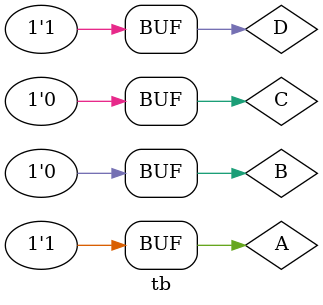
<source format=v>
module tb;
reg A,B,C,D; //A MSB
wire [7:0] out;;
BCDto7seg BCD(.A(A), .B(B), .C(C), .D(D), .out(out));
initial 
begin
 A = 0; B = 0; C = 0; D = 0;
 #10;
 A = 0; B = 0; C = 0; D = 1;
 #10;
 A = 0; B = 0; C = 1; D = 0;
 #10;
 A = 0; B = 0; C = 1; D = 1;
 #10;
 A = 0; B = 1; C = 0; D = 0;
 #10;
 A = 0; B = 1; C = 0; D = 1;
 #10;
 A = 0; B = 1; C = 1; D = 0;
 #10;
 A = 0; B = 1; C = 1; D = 1;
 #10;
 A = 1; B = 0; C = 0; D = 0;
 #10;
 A = 1; B = 0; C = 0; D = 1;
 #10;
end
initial begin
    $dumpfile("wave.vcd"); //  iverilog -o wave BCDto7seg.v tb.v
    $dumpvars(0, tb); // vvp wave
end
endmodule
</source>
